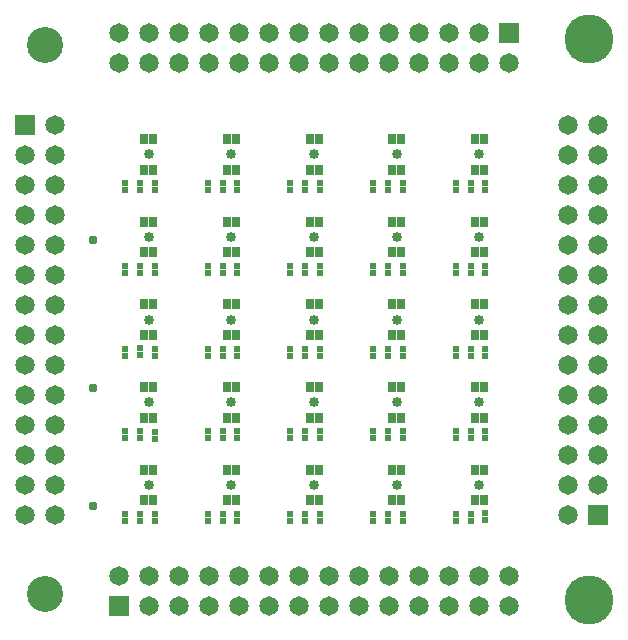
<source format=gts>
G04 Layer_Color=8388736*
%FSAX24Y24*%
%MOIN*%
G70*
G01*
G75*
%ADD23R,0.0198X0.0237*%
%ADD24C,0.0310*%
%ADD25R,0.0257X0.0375*%
%ADD26C,0.1200*%
%ADD27R,0.0651X0.0651*%
%ADD28C,0.0651*%
%ADD29R,0.0651X0.0651*%
%ADD30C,0.1635*%
%ADD31C,0.0332*%
D23*
X031791Y032657D02*
D03*
Y032894D02*
D03*
X029035Y032657D02*
D03*
Y032894D02*
D03*
X026280Y032657D02*
D03*
Y032894D02*
D03*
X023524Y032657D02*
D03*
Y032894D02*
D03*
X034547Y029901D02*
D03*
Y030139D02*
D03*
X031791Y029901D02*
D03*
Y030139D02*
D03*
X034055Y032657D02*
D03*
Y032894D02*
D03*
X031299Y032657D02*
D03*
Y032894D02*
D03*
X028543Y032657D02*
D03*
Y032894D02*
D03*
X025787Y032657D02*
D03*
Y032894D02*
D03*
X023031Y032657D02*
D03*
Y032894D02*
D03*
X034055Y029901D02*
D03*
Y030139D02*
D03*
X031299Y029901D02*
D03*
Y030139D02*
D03*
X035039Y032657D02*
D03*
Y032894D02*
D03*
X032283Y032657D02*
D03*
Y032894D02*
D03*
X029528Y032657D02*
D03*
Y032894D02*
D03*
X026772Y032657D02*
D03*
Y032894D02*
D03*
X024016Y032657D02*
D03*
Y032894D02*
D03*
X035039Y029901D02*
D03*
Y030139D02*
D03*
X032283Y029901D02*
D03*
Y030139D02*
D03*
X029035Y029901D02*
D03*
Y030139D02*
D03*
X026280Y029901D02*
D03*
Y030139D02*
D03*
X023524Y029901D02*
D03*
Y030139D02*
D03*
X034547Y027145D02*
D03*
Y027383D02*
D03*
X031791Y027145D02*
D03*
Y027383D02*
D03*
X029035Y027145D02*
D03*
Y027383D02*
D03*
X026280Y027145D02*
D03*
Y027383D02*
D03*
X023524Y027165D02*
D03*
Y027403D02*
D03*
X034547Y024389D02*
D03*
Y024627D02*
D03*
X028543Y029901D02*
D03*
Y030139D02*
D03*
X025787Y029901D02*
D03*
Y030139D02*
D03*
X023031Y029901D02*
D03*
Y030139D02*
D03*
X034055Y027145D02*
D03*
Y027383D02*
D03*
X031299Y027145D02*
D03*
Y027383D02*
D03*
X028543Y027124D02*
D03*
Y027362D02*
D03*
X025787Y027145D02*
D03*
Y027383D02*
D03*
X023031Y027145D02*
D03*
Y027383D02*
D03*
X034055Y024389D02*
D03*
Y024627D02*
D03*
X029528Y029901D02*
D03*
Y030139D02*
D03*
X026772Y029901D02*
D03*
Y030139D02*
D03*
X024016Y029901D02*
D03*
Y030139D02*
D03*
X035039Y027145D02*
D03*
Y027383D02*
D03*
X032283Y027145D02*
D03*
Y027383D02*
D03*
X029528Y027124D02*
D03*
Y027362D02*
D03*
X026772Y027145D02*
D03*
Y027383D02*
D03*
X024016Y027145D02*
D03*
Y027383D02*
D03*
X035039Y024389D02*
D03*
Y024627D02*
D03*
X031791Y024389D02*
D03*
Y024627D02*
D03*
X029035Y024389D02*
D03*
Y024627D02*
D03*
X026280Y024389D02*
D03*
Y024627D02*
D03*
X023524Y024389D02*
D03*
Y024627D02*
D03*
X034547Y021633D02*
D03*
Y021871D02*
D03*
X031791Y021633D02*
D03*
Y021871D02*
D03*
X029035Y021633D02*
D03*
Y021871D02*
D03*
X026280Y021633D02*
D03*
Y021871D02*
D03*
X023524Y021633D02*
D03*
Y021871D02*
D03*
X031299Y024389D02*
D03*
Y024627D02*
D03*
X028543Y024389D02*
D03*
Y024627D02*
D03*
X025787Y024389D02*
D03*
Y024627D02*
D03*
X023031Y024389D02*
D03*
Y024627D02*
D03*
X034055Y021633D02*
D03*
Y021871D02*
D03*
X031299Y021633D02*
D03*
Y021871D02*
D03*
X028543Y021633D02*
D03*
Y021871D02*
D03*
X025787Y021633D02*
D03*
Y021871D02*
D03*
X023031Y021633D02*
D03*
Y021871D02*
D03*
X032283Y024389D02*
D03*
Y024627D02*
D03*
X029528Y024389D02*
D03*
Y024627D02*
D03*
X026772Y024389D02*
D03*
Y024627D02*
D03*
X024016Y024369D02*
D03*
Y024606D02*
D03*
X035039Y021654D02*
D03*
Y021891D02*
D03*
X032283Y021633D02*
D03*
Y021871D02*
D03*
X029528Y021633D02*
D03*
Y021871D02*
D03*
X026772Y021633D02*
D03*
Y021871D02*
D03*
X024016Y021633D02*
D03*
Y021871D02*
D03*
X034547Y032657D02*
D03*
Y032894D02*
D03*
D24*
X021949Y026083D02*
D03*
Y031004D02*
D03*
Y022146D02*
D03*
D25*
X031939Y033346D02*
D03*
Y034370D02*
D03*
X032234D02*
D03*
Y033346D02*
D03*
X029183D02*
D03*
Y034370D02*
D03*
X029478D02*
D03*
Y033346D02*
D03*
X026427D02*
D03*
Y034370D02*
D03*
X026722D02*
D03*
Y033346D02*
D03*
X023671D02*
D03*
Y034370D02*
D03*
X023967D02*
D03*
Y033346D02*
D03*
X029183Y030591D02*
D03*
Y031614D02*
D03*
X029478D02*
D03*
Y030591D02*
D03*
X026427D02*
D03*
Y031614D02*
D03*
X026722D02*
D03*
Y030591D02*
D03*
X034695Y027835D02*
D03*
Y028858D02*
D03*
X034990D02*
D03*
Y027835D02*
D03*
X031939D02*
D03*
Y028858D02*
D03*
X032234D02*
D03*
Y027835D02*
D03*
X029183D02*
D03*
Y028858D02*
D03*
X029478D02*
D03*
Y027835D02*
D03*
X026427D02*
D03*
Y028858D02*
D03*
X026722D02*
D03*
Y027835D02*
D03*
X023671D02*
D03*
Y028858D02*
D03*
X023967D02*
D03*
Y027835D02*
D03*
X034695Y025079D02*
D03*
Y026102D02*
D03*
X034990D02*
D03*
Y025079D02*
D03*
X031939D02*
D03*
Y026102D02*
D03*
X032234D02*
D03*
Y025079D02*
D03*
X029183D02*
D03*
Y026102D02*
D03*
X029478D02*
D03*
Y025079D02*
D03*
X026427D02*
D03*
Y026102D02*
D03*
X026722D02*
D03*
Y025079D02*
D03*
X023671D02*
D03*
Y026102D02*
D03*
X023967D02*
D03*
Y025079D02*
D03*
X034695Y022323D02*
D03*
Y023346D02*
D03*
X034990D02*
D03*
Y022323D02*
D03*
X031939D02*
D03*
Y023346D02*
D03*
X032234D02*
D03*
Y022323D02*
D03*
X029183D02*
D03*
Y023346D02*
D03*
X029478D02*
D03*
Y022323D02*
D03*
X026427D02*
D03*
Y023346D02*
D03*
X026722D02*
D03*
Y022323D02*
D03*
X023671D02*
D03*
Y023346D02*
D03*
X023967D02*
D03*
Y022323D02*
D03*
X034695Y033346D02*
D03*
Y034370D02*
D03*
X034990D02*
D03*
Y033346D02*
D03*
X034695Y030591D02*
D03*
Y031614D02*
D03*
X034990D02*
D03*
Y030591D02*
D03*
X031939D02*
D03*
Y031614D02*
D03*
X032234D02*
D03*
Y030591D02*
D03*
X023671D02*
D03*
Y031614D02*
D03*
X023967D02*
D03*
Y030591D02*
D03*
D26*
X020374Y037500D02*
D03*
X020374Y019193D02*
D03*
D27*
X035835Y037894D02*
D03*
X022835Y018799D02*
D03*
D28*
X035835Y036894D02*
D03*
X034835Y037894D02*
D03*
Y036894D02*
D03*
X033835Y037894D02*
D03*
Y036894D02*
D03*
X032835Y037894D02*
D03*
Y036894D02*
D03*
X031835Y037894D02*
D03*
Y036894D02*
D03*
X030835Y037894D02*
D03*
Y036894D02*
D03*
X029835Y037894D02*
D03*
Y036894D02*
D03*
X028835Y037894D02*
D03*
Y036894D02*
D03*
X027835Y037894D02*
D03*
Y036894D02*
D03*
X026835Y037894D02*
D03*
Y036894D02*
D03*
X025835Y037894D02*
D03*
Y036894D02*
D03*
X024835Y037894D02*
D03*
Y036894D02*
D03*
X023835Y037894D02*
D03*
Y036894D02*
D03*
X022835Y037894D02*
D03*
Y036894D02*
D03*
X037780Y021850D02*
D03*
X038780Y022850D02*
D03*
X037780D02*
D03*
X038780Y023850D02*
D03*
X037780D02*
D03*
X038780Y024850D02*
D03*
X037780D02*
D03*
X038780Y025850D02*
D03*
X037780D02*
D03*
X038780Y026850D02*
D03*
X037780D02*
D03*
X038780Y027850D02*
D03*
X037780D02*
D03*
X038780Y028850D02*
D03*
X037780D02*
D03*
X038780Y029850D02*
D03*
X037780D02*
D03*
X038780Y030850D02*
D03*
X037780D02*
D03*
X038780Y031850D02*
D03*
X037780D02*
D03*
X038780Y032850D02*
D03*
X037780D02*
D03*
X038780Y033850D02*
D03*
X037780D02*
D03*
X038780Y034850D02*
D03*
X037780D02*
D03*
X022835Y019799D02*
D03*
X023835Y018799D02*
D03*
Y019799D02*
D03*
X024835Y018799D02*
D03*
Y019799D02*
D03*
X025835Y018799D02*
D03*
Y019799D02*
D03*
X026835Y018799D02*
D03*
Y019799D02*
D03*
X027835Y018799D02*
D03*
Y019799D02*
D03*
X028835Y018799D02*
D03*
Y019799D02*
D03*
X029835Y018799D02*
D03*
Y019799D02*
D03*
X030835Y018799D02*
D03*
Y019799D02*
D03*
X031835Y018799D02*
D03*
Y019799D02*
D03*
X032835Y018799D02*
D03*
Y019799D02*
D03*
X033835Y018799D02*
D03*
Y019799D02*
D03*
X034835Y018799D02*
D03*
Y019799D02*
D03*
X035835Y018799D02*
D03*
Y019799D02*
D03*
X020685Y034843D02*
D03*
X019685Y033843D02*
D03*
X020685D02*
D03*
X019685Y032843D02*
D03*
X020685D02*
D03*
X019685Y031843D02*
D03*
X020685D02*
D03*
X019685Y030843D02*
D03*
X020685D02*
D03*
X019685Y029843D02*
D03*
X020685D02*
D03*
X019685Y028843D02*
D03*
X020685D02*
D03*
X019685Y027843D02*
D03*
X020685D02*
D03*
X019685Y026843D02*
D03*
X020685D02*
D03*
X019685Y025843D02*
D03*
X020685D02*
D03*
X019685Y024843D02*
D03*
X020685D02*
D03*
X019685Y023843D02*
D03*
X020685D02*
D03*
X019685Y022843D02*
D03*
X020685D02*
D03*
X019685Y021843D02*
D03*
X020685D02*
D03*
D29*
X038780Y021850D02*
D03*
X019685Y034843D02*
D03*
D30*
X038484Y018996D02*
D03*
Y037697D02*
D03*
D31*
X034843Y033858D02*
D03*
X032087D02*
D03*
X029331D02*
D03*
X026575D02*
D03*
X023819D02*
D03*
Y031102D02*
D03*
X026575D02*
D03*
X029331D02*
D03*
X032087D02*
D03*
X034843D02*
D03*
X023819Y028346D02*
D03*
X026575D02*
D03*
X029331D02*
D03*
X032087D02*
D03*
X034843D02*
D03*
Y025591D02*
D03*
X032087Y025591D02*
D03*
X029331D02*
D03*
X026575D02*
D03*
X023819Y025591D02*
D03*
X034843Y022835D02*
D03*
X032087D02*
D03*
X029331D02*
D03*
X026575D02*
D03*
X023819D02*
D03*
M02*

</source>
